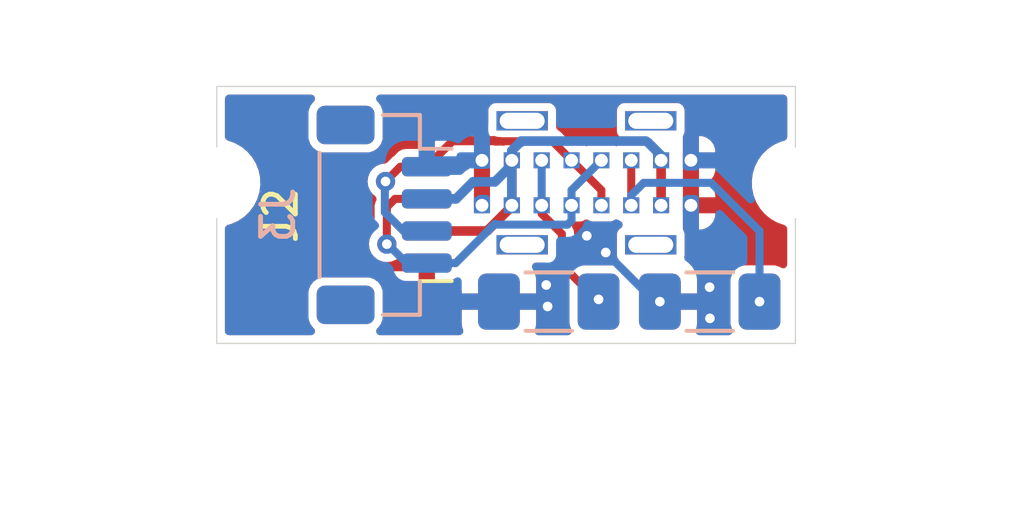
<source format=kicad_pcb>
(kicad_pcb (version 20211014) (generator pcbnew)
  (layers (0 "F.Cu" signal) (31 "B.Cu" signal) (34 "B.Paste" user) (35 "F.Paste" user) (36 "B.SilkS" user "B.Silkscreen") (37 "F.SilkS" user "F.Silkscreen") (38 "B.Mask" user) (39 "F.Mask" user) (44 "Edge.Cuts" user))
  (net 0 "")
  (net 1 "Net-(J1-PadCC1)")
  (net 2 "Net-(J1-PadCC2)")
  (net 3 "DM")
  (net 4 "GND")
  (net 6 "VBUS")
  (net 7 "DP")
  (footprint "Resistor_SMD:R_1206_3216Metric_Pad1.30x1.75mm_HandSolder" (layer "F.Cu") (at 15.333 6.7 180)
    (fp_text reference "R2" hide)
    (fp_text value "5.1k" hide)
    (fp_line (start -0.727064 -0.91) (end 0.727064 -0.91) (layer "B.SilkS") (width 0.12))
    (fp_line (start -0.727064 0.91) (end 0.727064 0.91) (layer "B.SilkS") (width 0.12))
    (fp_line (start -0.727064 0.91) (end 0.727064 0.91) (layer "F.SilkS") (width 0.12))
    (fp_line (start -0.727064 -0.91) (end 0.727064 -0.91) (layer "F.SilkS") (width 0.12))
    (pad "1" smd roundrect (at -1.55 0) (size 1.3 1.75) (layers "B.Cu" "B.Paste" "B.Mask") (roundrect_rratio 0.192308) (net 2 "Net-(J1-PadCC2)"))
    (pad "1" smd roundrect (at -1.55 0 180) (size 1.3 1.75) (layers "F.Cu" "F.Paste" "F.Mask") (roundrect_rratio 0.192308) (net 2 "Net-(J1-PadCC2)"))
    (pad "2" smd roundrect (at 1.55 0) (size 1.3 1.75) (layers "B.Cu" "B.Paste" "B.Mask") (roundrect_rratio 0.192308) (net 4 "GND"))
    (pad "2" smd roundrect (at 1.55 0 180) (size 1.3 1.75) (layers "F.Cu" "F.Paste" "F.Mask") (roundrect_rratio 0.192308) (net 4 "GND"))
  )
  (footprint "MountingHole:MountingHole_2.2mm_M2" (layer "F.Cu") (at 18 3)
    (fp_text reference "H2" hide)
    (fp_text value "MountingHole")
    (pad "" np_thru_hole circle (at 0 0) (size 2.2 2.2) (drill 2.2) (layers *.Cu *.Mask))
  )
  (footprint "Resistor_SMD:R_1206_3216Metric_Pad1.30x1.75mm_HandSolder" (layer "F.Cu") (at 10.327 6.7 180)
    (fp_text reference "R1" hide)
    (fp_text value "5.1k" hide)
    (fp_line (start 0.727064 -0.91) (end -0.727064 -0.91) (layer "B.SilkS") (width 0.12))
    (fp_line (start 0.727064 0.91) (end -0.727064 0.91) (layer "B.SilkS") (width 0.12))
    (fp_line (start -0.727064 0.91) (end 0.727064 0.91) (layer "F.SilkS") (width 0.12))
    (fp_line (start -0.727064 -0.91) (end 0.727064 -0.91) (layer "F.SilkS") (width 0.12))
    (pad "1" smd roundrect (at -1.55 0 180) (size 1.3 1.75) (layers "B.Cu" "B.Paste" "B.Mask") (roundrect_rratio 0.192308) (net 1 "Net-(J1-PadCC1)"))
    (pad "1" smd roundrect (at -1.55 0 180) (size 1.3 1.75) (layers "F.Cu" "F.Paste" "F.Mask") (roundrect_rratio 0.192308) (net 1 "Net-(J1-PadCC1)"))
    (pad "2" smd roundrect (at 1.55 0 180) (size 1.3 1.75) (layers "F.Cu" "F.Paste" "F.Mask") (roundrect_rratio 0.192308) (net 4 "GND"))
    (pad "2" smd roundrect (at 1.55 0 180) (size 1.3 1.75) (layers "B.Cu" "B.Paste" "B.Mask") (roundrect_rratio 0.192308) (net 4 "GND"))
  )
  (footprint "MountingHole:MountingHole_2.2mm_M2" (layer "F.Cu") (at 0 3)
    (fp_text reference "H1" hide)
    (fp_text value "MountingHole")
    (pad "" np_thru_hole circle (at 0 0) (size 2.2 2.2) (drill 2.2) (layers *.Cu *.Mask))
  )
  (footprint "resouces:KH-TYPE-C-L10-14P" (layer "F.Cu") (at 11.5 3)
    (fp_text reference "J1" hide)
    (fp_text value "USB_A")
    (pad "CC1" thru_hole rect (at -1.392858 -0.7) (size 0.5 0.5) (drill oval 0.4) (layers *.Cu *.Mask) (net 1 "Net-(J1-PadCC1)"))
    (pad "CC1" thru_hole rect (at -1.392858 0.7) (size 0.5 0.5) (drill oval 0.4) (layers *.Cu *.Mask) (net 1 "Net-(J1-PadCC1)"))
    (pad "CC2" thru_hole rect (at 1.392858 -0.7) (size 0.5 0.5) (drill oval 0.4) (layers *.Cu *.Mask) (net 2 "Net-(J1-PadCC2)"))
    (pad "CC2" thru_hole rect (at 1.392858 0.7) (size 0.5 0.5) (drill oval 0.4) (layers *.Cu *.Mask) (net 2 "Net-(J1-PadCC2)"))
    (pad "DM" thru_hole rect (at -0.464284 0.7) (size 0.5 0.5) (drill oval 0.4) (layers *.Cu *.Mask) (net 3 "DM"))
    (pad "DM" thru_hole rect (at 0.464284 -0.7) (size 0.5 0.5) (drill oval 0.4) (layers *.Cu *.Mask) (net 3 "DM"))
    (pad "DP" thru_hole rect (at -0.464287 -0.7) (size 0.5 0.5) (drill oval 0.4) (layers *.Cu *.Mask) (net 7 "DP"))
    (pad "DP" thru_hole rect (at 0.464287 0.7) (size 0.5 0.5) (drill oval 0.4) (layers *.Cu *.Mask) (net 7 "DP"))
    (pad "G" thru_hole rect (at 3.25 -0.7) (size 0.5 0.5) (drill oval 0.4) (layers *.Cu *.Mask) (net 4 "GND"))
    (pad "G" thru_hole rect (at -3.25 -0.7) (size 0.5 0.5) (drill oval 0.4) (layers *.Cu *.Mask) (net 4 "GND"))
    (pad "G" thru_hole rect (at 3.25 0.7) (size 0.5 0.5) (drill oval 0.4) (layers *.Cu *.Mask) (net 4 "GND"))
    (pad "G" thru_hole rect (at -3.25 0.7) (size 0.5 0.5) (drill oval 0.4) (layers *.Cu *.Mask) (net 4 "GND"))
    (pad "SHIELD" thru_hole rect (at -2 1.93) (size 1.6 0.6) (drill oval 1.4 0.5) (layers *.Cu *.Mask))
    (pad "SHIELD" thru_hole rect (at 2 1.93) (size 1.6 0.6) (drill oval 1.4 0.5) (layers *.Cu *.Mask))
    (pad "SHIELD" thru_hole rect (at 2 -1.93) (size 1.6 0.6) (drill oval 1.4 0.5) (layers *.Cu *.Mask))
    (pad "SHIELD" thru_hole rect (at -2 -1.93) (size 1.6 0.6) (drill oval 1.4 0.5) (layers *.Cu *.Mask))
    (pad "VBUS" thru_hole rect (at -2.321426 0.7) (size 0.5 0.5) (drill oval 0.4) (layers *.Cu *.Mask) (net 6 "VBUS"))
    (pad "VBUS" thru_hole rect (at 2.321426 -0.7) (size 0.5 0.5) (drill oval 0.4) (layers *.Cu *.Mask) (net 6 "VBUS"))
    (pad "VBUS" thru_hole rect (at 2.321429 0.7) (size 0.5 0.5) (drill oval 0.4) (layers *.Cu *.Mask) (net 6 "VBUS"))
    (pad "VBUS" thru_hole rect (at -2.321429 -0.7) (size 0.5 0.5) (drill oval 0.4) (layers *.Cu *.Mask) (net 6 "VBUS"))
  )
  (footprint "Connector_JST:JST_SH_BM04B-SRSS-TB_1x04-1MP_P1.00mm_Vertical" (layer "F.Cu") (at 5.208 4 90)
    (fp_text reference "J2" (at -0.02 -3.218 90) (layer "F.SilkS"))
    (fp_text value "Conn_01x04" hide)
    (fp_line (start -3.11 -0.04) (end -3.11 1.11) (layer "F.SilkS") (width 0.12))
    (fp_line (start 3.11 -0.04) (end 3.11 1.11) (layer "F.SilkS") (width 0.12))
    (fp_line (start -1.94 -2.01) (end 1.94 -2.01) (layer "F.SilkS") (width 0.12))
    (fp_line (start 3.11 1.11) (end 2.06 1.11) (layer "F.SilkS") (width 0.12))
    (fp_line (start -3.11 1.11) (end -2.06 1.11) (layer "F.SilkS") (width 0.12))
    (fp_line (start -2.06 1.11) (end -2.06 2.1) (layer "F.SilkS") (width 0.12))
    (pad "1" smd roundrect (at -1.5 1.325 90) (size 0.6 1.55) (layers "F.Cu" "F.Paste" "F.Mask") (net 4 "GND"))
    (pad "2" smd roundrect (at -0.5 1.325 90) (size 0.6 1.55) (layers "F.Cu" "F.Paste" "F.Mask") (net 6 "VBUS"))
    (pad "3" smd roundrect (at 0.5 1.325 90) (size 0.6 1.55) (layers "F.Cu" "F.Paste" "F.Mask") (net 3 "DM"))
    (pad "4" smd roundrect (at 1.5 1.325 90) (size 0.6 1.55) (layers "F.Cu" "F.Paste" "F.Mask") (net 7 "DP"))
    (pad "MP" smd roundrect (at -2.8 -1.2 90) (size 1.2 1.8) (layers "F.Cu" "F.Paste" "F.Mask") (roundrect_rratio 0.208333))
    (pad "MP" smd roundrect (at 2.8 -1.2 90) (size 1.2 1.8) (layers "F.Cu" "F.Paste" "F.Mask") (roundrect_rratio 0.208333))
  )
  (footprint "Connector_JST:JST_SH_BM04B-SRSS-TB_1x04-1MP_P1.00mm_Vertical" (layer "B.Cu") (at 5.208 4 -90)
    (fp_text reference "J3" (at 0 3.3 90) (layer "B.SilkS") (effects (justify mirror)))
    (fp_text value "Conn_01x04" hide)
    (fp_line (start -3.11 -1.11) (end -2.06 -1.11) (layer "B.SilkS") (width 0.12))
    (fp_line (start -2.06 -1.11) (end -2.06 -2.1) (layer "B.SilkS") (width 0.12))
    (fp_line (start -3.11 0.04) (end -3.11 -1.11) (layer "B.SilkS") (width 0.12))
    (fp_line (start 3.11 0.04) (end 3.11 -1.11) (layer "B.SilkS") (width 0.12))
    (fp_line (start -1.94 2.01) (end 1.94 2.01) (layer "B.SilkS") (width 0.12))
    (fp_line (start 3.11 -1.11) (end 2.06 -1.11) (layer "B.SilkS") (width 0.12))
    (pad "1" smd roundrect (at -1.5 -1.325 270) (size 0.6 1.55) (layers "B.Cu" "B.Paste" "B.Mask") (net 4 "GND"))
    (pad "2" smd roundrect (at -0.5 -1.325 270) (size 0.6 1.55) (layers "B.Cu" "B.Paste" "B.Mask") (net 6 "VBUS"))
    (pad "3" smd roundrect (at 0.5 -1.325 270) (size 0.6 1.55) (layers "B.Cu" "B.Paste" "B.Mask") (net 7 "DP"))
    (pad "4" smd roundrect (at 1.5 -1.325 270) (size 0.6 1.55) (layers "B.Cu" "B.Paste" "B.Mask") (net 3 "DM"))
    (pad "MP" smd roundrect (at 2.8 1.2 270) (size 1.2 1.8) (layers "B.Cu" "B.Paste" "B.Mask") (roundrect_rratio 0.208333))
    (pad "MP" smd roundrect (at -2.8 1.2 270) (size 1.2 1.8) (layers "B.Cu" "B.Paste" "B.Mask") (roundrect_rratio 0.208333))
  )
  (gr_line (start 0 0) (end 0 8) (layer "Edge.Cuts") (width 0.0381))
  (gr_line (start 18 8) (end 18 0) (layer "Edge.Cuts") (width 0.0381))
  (gr_line (start 0 0) (end 18 0) (layer "Edge.Cuts") (width 0.0381))
  (gr_line (start 0 8) (end 18 8) (layer "Edge.Cuts") (width 0.0381))
  (segment (start 11.877 6.7) (end 10.734 5.557) (width 0.25) (layer "F.Cu") (net 1))
  (segment (start 10.107142 3.963142) (end 10.734 4.59) (width 0.25) (layer "F.Cu") (net 1))
  (segment (start 10.734 5.557) (end 10.734 4.59) (width 0.25) (layer "F.Cu") (net 1))
  (segment (start 10.107142 3.7) (end 10.107142 3.963142) (width 0.25) (layer "F.Cu") (net 1))
  (via (at 11.877 6.629) (size 0.6) (drill 0.3) (layers "F.Cu" "B.Cu") (net 1))
  (segment (start 10.107142 3.7) (end 10.107142 2.3) (width 0.25) (layer "B.Cu") (net 1))
  (segment (start 12.892858 3.7) (end 12.892858 2.3) (width 0.25) (layer "F.Cu") (net 2))
  (via (at 16.883 6.7) (size 0.6) (drill 0.3) (layers "F.Cu" "B.Cu") (net 2))
  (segment (start 13.28 3) (end 15.38 3) (width 0.25) (layer "B.Cu") (net 2))
  (segment (start 12.892858 3.387142) (end 13.28 3) (width 0.25) (layer "B.Cu") (net 2))
  (segment (start 16.883 4.503) (end 16.883 6.7) (width 0.25) (layer "B.Cu") (net 2))
  (segment (start 15.38 3) (end 16.883 4.503) (width 0.25) (layer "B.Cu") (net 2))
  (segment (start 12.892858 3.7) (end 12.892858 3.387142) (width 0.25) (layer "B.Cu") (net 2))
  (segment (start 5.291 4.9095) (end 5.291 3.755) (width 0.25) (layer "F.Cu") (net 3))
  (segment (start 5.546 3.5) (end 6.533 3.5) (width 0.25) (layer "F.Cu") (net 3))
  (segment (start 5.291 3.755) (end 5.546 3.5) (width 0.25) (layer "F.Cu") (net 3))
  (via (at 5.291 4.9095) (size 0.6) (drill 0.3) (layers "F.Cu" "B.Cu") (net 3))
  (segment (start 11.035716 3.228568) (end 11.964284 2.3) (width 0.25) (layer "B.Cu") (net 3))
  (segment (start 5.3155 4.9095) (end 5.906 5.5) (width 0.25) (layer "B.Cu") (net 3))
  (segment (start 11.035716 3.7) (end 11.035716 3.228568) (width 0.25) (layer "B.Cu") (net 3))
  (segment (start 7.430489 5.5) (end 8.658489 4.272) (width 0.25) (layer "B.Cu") (net 3))
  (segment (start 11.035716 4.176077) (end 10.909793 4.302) (width 0.25) (layer "B.Cu") (net 3))
  (segment (start 8.658489 4.302) (end 10.909793 4.302) (width 0.25) (layer "B.Cu") (net 3))
  (segment (start 11.035716 3.935716) (end 11.035716 4.176077) (width 0.25) (layer "B.Cu") (net 3))
  (segment (start 6.533 5.5) (end 7.430489 5.5) (width 0.25) (layer "B.Cu") (net 3))
  (segment (start 5.291 4.9095) (end 5.3155 4.9095) (width 0.25) (layer "B.Cu") (net 3))
  (segment (start 11.035716 3.7) (end 11.035716 3.935716) (width 0.25) (layer "B.Cu") (net 3))
  (via (at 10.291 6.849) (size 0.6) (drill 0.3) (layers "F.Cu" "B.Cu") (net 4))
  (via (at 13.783 6.7) (size 0.6) (drill 0.3) (layers "F.Cu" "B.Cu") (net 4))
  (via (at 15.33 6.25) (size 0.6) (drill 0.3) (layers "F.Cu" "B.Cu") (net 4))
  (via (at 11.51 4.65) (size 0.6) (drill 0.3) (layers "F.Cu" "B.Cu") (net 4))
  (via (at 15.34 7.22) (size 0.6) (drill 0.3) (layers "F.Cu" "B.Cu") (net 4))
  (via (at 10.249 6.181) (size 0.6) (drill 0.3) (layers "F.Cu" "B.Cu") (net 4))
  (via (at 12.1 5.17) (size 0.6) (drill 0.3) (layers "F.Cu" "B.Cu") (net 4))
  (segment (start 6.733 2.3) (end 6.533 2.5) (width 0.25) (layer "B.Cu") (net 4))
  (segment (start 13.63 6.7) (end 12.1 5.17) (width 0.25) (layer "B.Cu") (net 4))
  (segment (start 8.25 2.3) (end 6.733 2.3) (width 0.25) (layer "B.Cu") (net 4))
  (segment (start 13.821429 3.7) (end 13.821429 2.300003) (width 0.3) (layer "F.Cu") (net 6))
  (segment (start 8.41 4.5) (end 9.117574 3.792426) (width 0.3) (layer "F.Cu") (net 6))
  (segment (start 13.821429 2.300003) (end 13.821426 2.3) (width 0.3) (layer "F.Cu") (net 6))
  (segment (start 9.178574 3.7) (end 9.178574 2.300003) (width 0.3) (layer "F.Cu") (net 6))
  (segment (start 9.117574 3.792426) (end 9.178574 3.792426) (width 0.3) (layer "F.Cu") (net 6))
  (segment (start 6.533 4.5) (end 8.41 4.5) (width 0.3) (layer "F.Cu") (net 6))
  (segment (start 9.436 1.73952) (end 9.46052 1.73952) (width 0.3) (layer "B.Cu") (net 6))
  (segment (start 9.178571 2.3) (end 9.178571 2.14158) (width 0.3) (layer "B.Cu") (net 6))
  (segment (start 13.821426 2.150426) (end 13.41052 1.73952) (width 0.3) (layer "B.Cu") (net 6))
  (segment (start 9.178571 2.442429) (end 9.178571 2.3) (width 0.3) (layer "B.Cu") (net 6))
  (segment (start 9.46052 1.7) (end 13.347 1.7) (width 0.3) (layer "B.Cu") (net 6))
  (segment (start 13.821426 2.150426) (end 13.821426 2.3) (width 0.3) (layer "B.Cu") (net 6))
  (segment (start 7.972674 2.969521) (end 8.651479 2.969521) (width 0.3) (layer "B.Cu") (net 6))
  (segment (start 8.651479 2.969521) (end 9.178571 2.442429) (width 0.3) (layer "B.Cu") (net 6))
  (segment (start 9.178571 2.3) (end 9.178571 1.996949) (width 0.3) (layer "B.Cu") (net 6))
  (segment (start 9.178574 2.300003) (end 9.178571 2.3) (width 0.3) (layer "B.Cu") (net 6))
  (segment (start 9.178571 1.996949) (end 9.436 1.73952) (width 0.3) (layer "B.Cu") (net 6))
  (segment (start 7.442195 3.5) (end 7.972674 2.969521) (width 0.3) (layer "B.Cu") (net 6))
  (segment (start 6.533 3.5) (end 7.442195 3.5) (width 0.3) (layer "B.Cu") (net 6))
  (segment (start 9.178574 3.7) (end 9.178574 2.300003) (width 0.3) (layer "B.Cu") (net 6))
  (segment (start 7.362 1.671) (end 8.629 1.671) (width 0.25) (layer "F.Cu") (net 7))
  (segment (start 11.964287 3.228574) (end 11.035713 2.3) (width 0.25) (layer "F.Cu") (net 7))
  (segment (start 11.964287 3.7) (end 11.964287 3.228574) (width 0.25) (layer "F.Cu") (net 7))
  (segment (start 8.92179 1.716) (end 8.92327 1.71452) (width 0.25) (layer "F.Cu") (net 7))
  (segment (start 8.641 1.683) (end 8.674 1.716) (width 0.25) (layer "F.Cu") (net 7))
  (segment (start 5.708 2.5) (end 6.533 2.5) (width 0.25) (layer "F.Cu") (net 7))
  (segment (start 8.629 1.671) (end 8.641 1.683) (width 0.25) (layer "F.Cu") (net 7))
  (segment (start 8.674 1.716) (end 8.92179 1.716) (width 0.25) (layer "F.Cu") (net 7))
  (segment (start 8.92327 1.71452) (end 8.641 1.683) (width 0.25) (layer "F.Cu") (net 7))
  (segment (start 5.25 2.958) (end 5.708 2.5) (width 0.25) (layer "F.Cu") (net 7))
  (segment (start 7.327521 1.705479) (end 10.441192 1.705479) (width 0.25) (layer "F.Cu") (net 7))
  (segment (start 10.441192 1.705479) (end 11.035713 2.3) (width 0.25) (layer "F.Cu") (net 7))
  (segment (start 6.533 2.5) (end 7.327521 1.705479) (width 0.25) (layer "F.Cu") (net 7))
  (segment (start 6.533 2.5) (end 7.362 1.671) (width 0.25) (layer "F.Cu") (net 7))
  (via (at 5.25 2.958) (size 0.6) (drill 0.3) (layers "F.Cu" "B.Cu") (net 7))
  (segment (start 5.808 4.5) (end 5.229 3.921) (width 0.25) (layer "B.Cu") (net 7))
  (segment (start 5.229 2.979) (end 5.25 2.958) (width 0.25) (layer "B.Cu") (net 7))
  (segment (start 6.533 4.5) (end 5.808 4.5) (width 0.25) (layer "B.Cu") (net 7))
  (segment (start 5.229 3.921) (end 5.229 2.979) (width 0.25) (layer "B.Cu") (net 7))
  (zone (net 4) (net_name "GND") (layers F&B.Cu) (connect_pads (clearance 0.254)) (min_thickness 0.254) (fill yes (thermal_gap 0.508) (thermal_bridge_width 0.508))
    (polygon (pts (xy 25.11 -1.619) (xy 24.904 13.193) (xy -5.256 12.038) (xy -6.742 -2.692)))
  )
)
</source>
